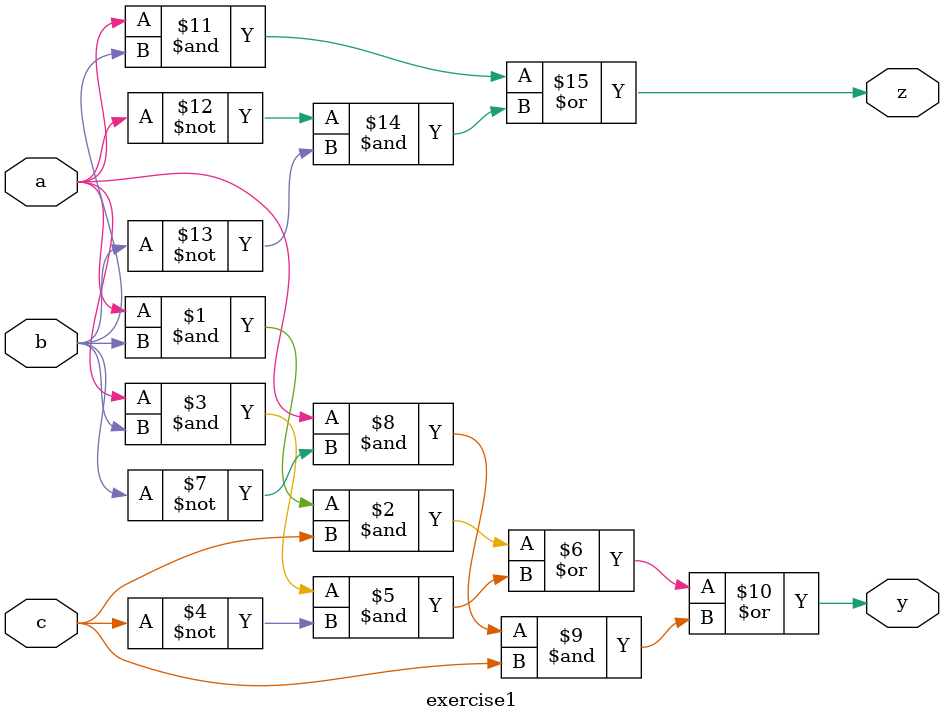
<source format=sv>
`timescale 1ns / 1ps


module exercise1(
    input logic a, b, c,
    output logic y, z
    );

    assign y = a & b & c | a & b & ~c | a & ~b & c;
    assign z = a & b | ~a & ~b;
endmodule

</source>
